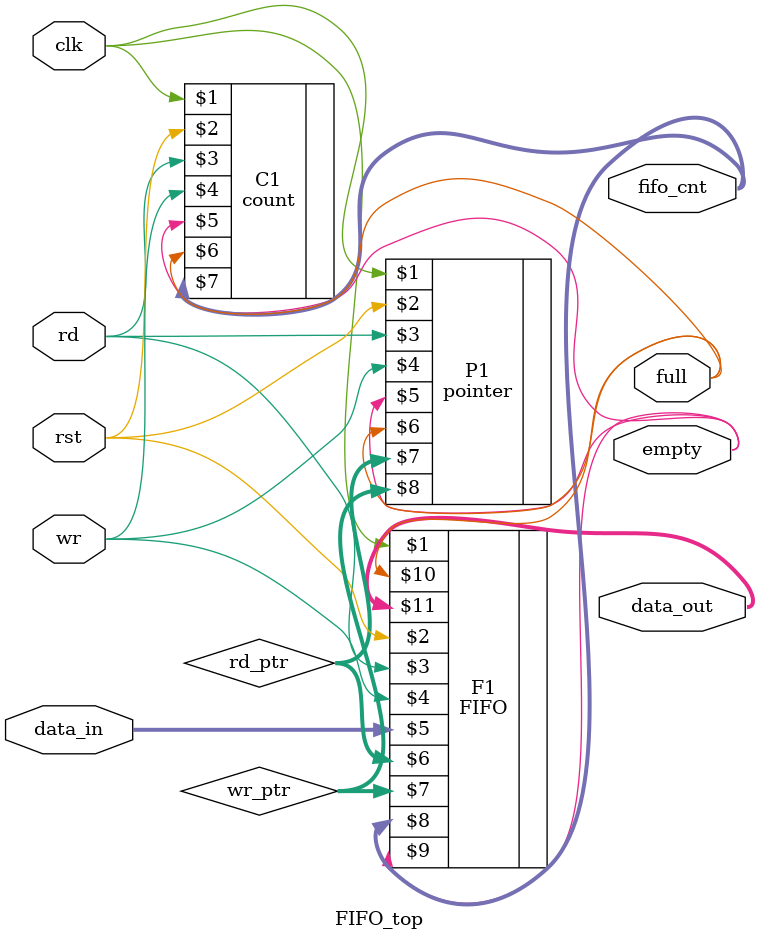
<source format=v>
module FIFO_top #(parameter M=5, N=5)
	(input clk, rst, rd, wr, input[N-1:0] data_in, output empty, full, output[M:0] fifo_cnt, output[N-1:0] data_out);

wire [M-1:0] rd_ptr, wr_ptr;

FIFO #(5,5) F1(clk, rst, rd, wr, data_in, rd_ptr, wr_ptr, fifo_cnt, empty, full, data_out);
count #(5,5) C1(clk, rst, rd, wr, empty, full, fifo_cnt);
pointer #(5,5) P1(clk, rst, rd, wr, empty, full, rd_ptr, wr_ptr);

endmodule


</source>
